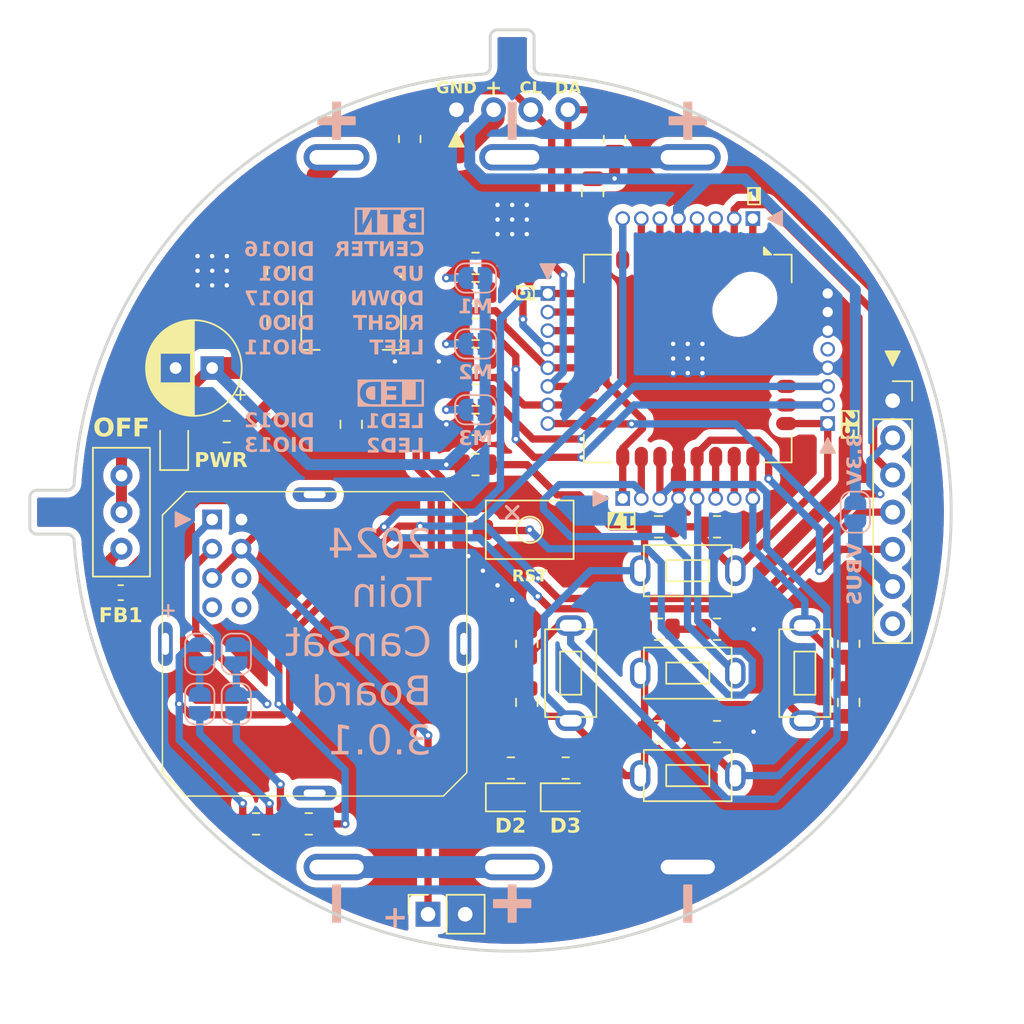
<source format=kicad_pcb>
(kicad_pcb (version 20240108) (generator "pcbnew") (generator_version "8.0")
  (layers (0 "F.Cu" signal) (31 "B.Cu" signal) (34 "B.Paste" user) (35 "F.Paste" user) (36 "B.SilkS" user "B.Silkscreen") (37 "F.SilkS" user "F.Silkscreen") (38 "B.Mask" user) (39 "F.Mask" user) (44 "Edge.Cuts" user))
  (net 0 "")
  (net 1 "VCC")
  (net 2 "GND")
  (net 3 "+3.3V")
  (net 4 "2")
  (net 5 "8")
  (net 6 "9")
  (net 7 "21")
  (net 8 "13")
  (net 9 "Net-(JP2-A)")
  (net 10 "Net-(JP3-A)")
  (net 12 "Net-(JP4-A)")
  (net 13 "14")
  (net 14 "17")
  (net 15 "1")
  (net 16 "11")
  (net 17 "3")
  (net 18 "15")
  (net 19 "24")
  (net 20 "22")
  (net 21 "26")
  (net 22 "4")
  (net 23 "7")
  (net 24 "27")
  (net 25 "19")
  (net 26 "18")
  (net 27 "6")
  (net 28 "23")
  (net 30 "16")
  (net 33 "12")
  (net 34 "25")
  (net 35 "10")
  (net 36 "Net-(C5-Pad1)")
  (net 38 "Net-(BT1-+)")
  (net 39 "Net-(BT2-+)")
  (net 41 "Net-(D1-A)")
  (net 42 "VBUS")
  (net 43 "Net-(D2-A)")
  (net 44 "Net-(D3-A)")
  (net 45 "BATT")
  (net 46 "Net-(SW8-A)")
  (net 47 "TX=GPS")
  (net 48 "Net-(JP5-A)")
  (net 49 "Net-(JP7-A)")
  (net 50 "RX=GPS")
  (footprint "Resistor_SMD:R_0805_2012Metric" (layer "F.Cu") (at 3.6625 17.485155)
    (property "Reference" "R17" (hide yes))
    (property "Value" "330")
  )
  (footprint "@2024-cansat:Tactile1" (layer "F.Cu") (at 1.2 1.2)
    (property "Reference" "RST")
    (property "Value" "SW_Push")
  )
  (footprint "Package_TO_SOT_SMD:SOT-223-3_TabPin2" (layer "F.Cu") (at -11 -13.002345 -90)
    (property "Reference" "U2" (hide yes))
    (property "Value" "LM1117MP-3.3")
  )
  (footprint "Capacitor_SMD:C_0805_2012Metric" (layer "F.Cu") (at 1 12.997655 90)
    (property "Reference" "C7" (hide yes))
    (property "Value" "0.1uF")
  )
  (footprint "LED_SMD:LED_0805_2012Metric" (layer "F.Cu") (at 3.6375 19.485155)
    (property "Reference" "D3")
    (property "Value" "LED")
  )
  (footprint "@2024-cansat:Pin-Extender" (layer "F.Cu") (at 16.444999 -20.065772 -90)
    (property "Reference" "J2" (hide yes))
    (property "Value" "Conn_01x08_Pin")
  )
  (footprint "Capacitor_SMD:C_0805_2012Metric" (layer "F.Cu") (at 5.499998 -21.839845 -90)
    (property "Reference" "C10" (hide yes))
    (property "Value" "0.1uF")
  )
  (footprint "Resistor_SMD:R_0805_2012Metric" (layer "F.Cu") (at -17.5 21.3)
    (property "Reference" "R19" (hide yes))
    (property "Value" "100")
  )
  (footprint "Resistor_SMD:R_0805_2012Metric" (layer "F.Cu") (at 23 8.997655 -90)
    (property "Reference" "R13" (hide yes))
    (property "Value" "10K")
  )
  (footprint "Resistor_SMD:R_0805_2012Metric" (layer "F.Cu") (at 14 7.997655 180)
    (property "Reference" "R9" (hide yes))
    (property "Value" "10K")
  )
  (footprint "@2024-cansat:TVBP06-B043C" (layer "F.Cu") (at 12 10.997655 180)
    (property "Reference" "SW1" (hide yes))
    (property "Value" "SW_Push")
  )
  (footprint "Resistor_SMD:R_0805_2012Metric" (layer "F.Cu") (at -0.0875 17.485155)
    (property "Reference" "R16" (hide yes))
    (property "Value" "330")
  )
  (footprint "Inductor_SMD:L_0603_1608Metric" (layer "F.Cu") (at -26.75 5.5)
    (property "Reference" "FB1")
    (property "Value" "120Ω")
  )
  (footprint "LED_SMD:LED_0805_2012Metric" (layer "F.Cu") (at -23.1 -4.564845 90)
    (property "Reference" "PWR")
    (property "Value" "PWR")
  )
  (footprint "Capacitor_SMD:C_0805_2012Metric" (layer "F.Cu") (at 10 14.997655)
    (property "Reference" "C8" (hide yes))
    (property "Value" "0.1uF")
  )
  (footprint "@2024-cansat:Pin-Extender" (layer "F.Cu") (at 2.436572 -14.947345)
    (property "Reference" "J3" (hide yes))
    (property "Value" "Conn_01x08_Pin")
  )
  (footprint "Resistor_SMD:R_0805_2012Metric" (layer "F.Cu") (at -2.5 -3.25)
    (property "Reference" "R14" (hide yes))
    (property "Value" "1K")
  )
  (footprint "@2024-cansat:Pin-Extender" (layer "F.Cu") (at 7.555 -0.938917 90)
    (property "Reference" "J4" (hide yes))
    (property "Value" "Conn_01x08_Pin")
  )
  (footprint "Resistor_SMD:R_0805_2012Metric" (layer "F.Cu") (at -2.5 -8.002345 180)
    (property "Reference" "R5" (hide yes))
    (property "Value" "1K")
  )
  (footprint "@2024-cansat:TVBP06-B043C" (layer "F.Cu") (at 4 10.997655 -90)
    (property "Reference" "SW3" (hide yes))
    (property "Value" "SW_Push")
  )
  (footprint "LED_SMD:LED_0805_2012Metric" (layer "F.Cu") (at -0.1125 19.485155)
    (property "Reference" "D2")
    (property "Value" "LED")
  )
  (footprint "@2024-cansat:Pin-Extender" (layer "F.Cu") (at 21.563427 -6.057345 180)
    (property "Reference" "J5" (hide yes))
    (property "Value" "Conn_01x08_Pin")
  )
  (footprint "Resistor_SMD:R_0805_2012Metric" (layer "F.Cu") (at -2.5 -15.002345)
    (property "Reference" "R2" (hide yes))
    (property "Value" "10K")
  )
  (footprint "@2024-cansat:TVBP06-B043C" (layer "F.Cu") (at 12 3.997655 180)
    (property "Reference" "SW2" (hide yes))
    (property "Value" "SW_Push")
  )
  (footprint "Resistor_SMD:R_0805_2012Metric" (layer "F.Cu") (at 1 8.997655 -90)
    (property "Reference" "R11" (hide yes))
    (property "Value" "10K")
  )
  (footprint "Capacitor_SMD:C_0805_2012Metric" (layer "F.Cu") (at 10 0.997655)
    (property "Reference" "C6" (hide yes))
    (property "Value" "0.1uF")
  )
  (footprint "Resistor_SMD:R_0805_2012Metric" (layer "F.Cu") (at -7 -25.502345 90)
    (property "Reference" "R7" (hide yes))
    (property "Value" "10K")
  )
  (footprint "Resistor_SMD:R_0805_2012Metric" (layer "F.Cu") (at -2.5 -10.502345)
    (property "Reference" "R4" (hide yes))
    (property "Value" "10K")
  )
  (footprint "Resistor_SMD:R_0805_2012Metric" (layer "F.Cu") (at -2.5 -6.002345)
    (property "Reference" "R6" (hide yes))
    (property "Value" "10K")
  )
  (footprint "Capacitor_SMD:C_0805_2012Metric" (layer "F.Cu") (at -16 -16.502345 90)
    (property "Reference" "C1" (hide yes))
    (property "Value" "0.1uF")
  )
  (footprint "Resistor_SMD:R_0805_2012Metric" (layer "F.Cu") (at -2.5 -17.002345 180)
    (property "Reference" "R1" (hide yes))
    (property "Value" "1K")
  )
  (footprint "Capacitor_SMD:C_0805_2012Metric" (layer "F.Cu") (at -11 -6.002345 -90)
    (property "Reference" "C3" (hide yes))
    (property "Value" "10uF")
  )
  (footprint "@2024-cansat:GPS-54D-014" (layer "F.Cu") (at -13.5 8.997655)
    (property "Reference" "U4" (hide yes))
    (property "Value" "~")
  )
  (footprint "Resistor_SMD:R_0805_2012Metric" (layer "F.Cu") (at 7 -25.502345 90)
    (property "Reference" "R8" (hide yes))
    (property "Value" "10K")
  )
  (footprint "Resistor_SMD:R_0805_2012Metric" (layer "F.Cu") (at 14 14.997655 180)
    (property "Reference" "R12" (hide yes))
    (property "Value" "10K")
  )
  (footprint "Resistor_SMD:R_0805_2012Metric" (layer "F.Cu") (at -2.5 -12.502345 180)
    (property "Reference" "R3" (hide yes))
    (property "Value" "1K")
  )
  (footprint "Connector_PinSocket_2.54mm:PinSocket_1x02_P2.54mm_Vertical" (layer "F.Cu") (at -5.75 27.475 90)
    (property "Reference" "J6" (hide yes))
    (property "Value" "Conn_01x02_Pin")
  )
  (footprint "@2024-cansat:SS12D01G4" (layer "F.Cu") (at -26.7 -0.002345 90)
    (property "Reference" "SW8" (hide yes))
    (property "Value" "SW_SPDT")
  )
  (footprint "@2024-cansat:TVBP06-B043C" (layer "F.Cu") (at 12 17.997655 180)
    (property "Reference" "SW4" (hide yes))
    (property "Value" "SW_Push")
  )
  (footprint "@2024-cansat:Display" (layer "F.Cu") (at 0 -27.502345)
    (property "Reference" "U3" (hide yes))
    (property "Value" "~" (hide yes))
  )
  (footprint "Resistor_SMD:R_0805_2012Metric" (layer "F.Cu") (at -19.5 -5.502345 180)
    (property "Reference" "R15" (hide yes))
    (property "Value" "1K")
  )
  (footprint "@2024-cansat:TVBP06-B043C" (layer "F.Cu") (at 20 10.997655 -90)
    (property "Reference" "SW5" (hide yes))
    (property "Value" "SW_Push")
  )
  (footprint "RF_Module:MonoWireless_TWE-L-WX" (layer "F.Cu") (at 12 -10.502345 -90)
    (property "Reference" "U1" (hide yes))
    (property "Value" "TWE-L-WX")
  )
  (footprint "Connector_PinSocket_2.54mm:PinSocket_1x07_P2.54mm_Vertical" (layer "F.Cu") (at 26 -7.622345)
    (property "Reference" "J1" (hide yes))
    (property "Value" "Conn_01x07_Pin")
  )
  (footprint "Resistor_SMD:R_0805_2012Metric" (layer "F.Cu") (at 14 0.997655 180)
    (property "Reference" "R10" (hide yes))
    (property "Value" "10K")
  )
  (footprint "Capacitor_SMD:C_0805_2012Metric" (layer "F.Cu") (at 10 7.997655)
    (property "Reference" "C5" (hide yes))
    (property "Value" "0.1uF")
  )
  (footprint "Resistor_SMD:R_0805_2012Metric" (layer "F.Cu") (at -13.9 21.3 180)
    (property "Reference" "R18" (hide yes))
    (property "Value" "100")
  )
  (footprint "Capacitor_SMD:C_0805_2012Metric" (layer "F.Cu") (at -16 -13.002345 -90)
    (property "Reference" "C2" (hide yes))
    (property "Value" "10uF")
  )
  (footprint "Capacitor_SMD:C_0805_2012Metric" (layer "F.Cu") (at 23 12.997655 90)
    (property "Reference" "C9" (hide yes))
    (property "Value" "0.1uF")
  )
  (footprint "Capacitor_THT:CP_Radial_D6.3mm_P2.50mm" (layer "F.Cu") (at -20.5 -9.852345 180)
    (property "Reference" "C4" (hide yes))
    (property "Value" "100uF")
  )
  (footprint "@2024-cansat:AAA-holder" (layer "B.Cu") (at 0 24.247655 90)
    (property "Reference" "BT2" (hide yes))
    (property "Value" "1.5V" (hide yes))
  )
  (footprint "Jumper:SolderJumper-2_P1.3mm_Open_RoundedPad1.0x1.5mm" (layer "B.Cu") (at 23.45 -0.002345 -90)
    (property "Reference" "3.3V        VBUS")
    (property "Value" "Jumper_2_Small_Open")
  )
  (footprint "Jumper:SolderJumper-2_P1.3mm_Open_RoundedPad1.0x1.5mm" (layer "B.Cu") (at -18.85 9.697655 -90)
    (property "Reference" "JP6" (hide yes))
    (property "Value" "Jumper_2_Small_Open")
  )
  (footprint "Jumper:SolderJumper-2_P1.3mm_Open_RoundedPad1.0x1.5mm" (layer "B.Cu") (at -2.5 -11.502345)
    (property "Reference" "M2")
    (property "Value" "Jumper_2_Small_Open")
  )
  (footprint "Jumper:SolderJumper-2_P1.3mm_Open_RoundedPad1.0x1.5mm" (layer "B.Cu") (at -21.35 13.097655 90)
    (property "Reference" "JP7" (hide yes))
    (property "Value" "Jumper_2_Small_Open")
  )
  (footprint "Jumper:SolderJumper-2_P1.3mm_Open_RoundedPad1.0x1.5mm" (layer "B.Cu") (at -2.5 -7.002345)
    (property "Reference" "M3")
    (property "Value" "Jumper_2_Small_Open")
  )
  (footprint "@2024-cansat:AAA-holder" (layer "B.Cu") (at 12 -24.252345 -90)
    (property "Reference" "BT1" (hide yes))
    (property "Value" "1.5V" (hide yes))
  )
  (footprint "@2024-cansat:AAA-holder" (layer "B.Cu") (at -12 -24.252345 -90)
    (property "Reference" "BT3" (hide yes))
    (property "Value" "1.5V" (hide yes))
  )
  (footprint "Jumper:SolderJumper-2_P1.3mm_Open_RoundedPad1.0x1.5mm" (layer "B.Cu") (at -18.85 13.097655 90)
    (property "Reference" "JP5" (hide yes))
    (property "Value" "Jumper_2_Small_Open")
  )
  (footprint "Jumper:SolderJumper-2_P1.3mm_Open_RoundedPad1.0x1.5mm" (layer "B.Cu") (at -21.35 9.697655 -90)
    (property "Reference" "JP8" (hide yes))
    (property "Value" "Jumper_2_Small_Open")
  )
  (footprint "Jumper:SolderJumper-2_P1.3mm_Open_RoundedPad1.0x1.5mm" (layer "B.Cu") (at -2.5 -16.002345)
    (property "Reference" "M1")
    (property "Value" "Jumper_2_Small_Open")
  )
  (gr_line (start 0.4 0.4) (end -0.4 -0.4) (stroke (width 0.2)) (layer "B.SilkS"))
  (gr_line (start -0.4 0.4) (end 0.4 -0.4) (stroke (width 0.2)) (layer "B.SilkS"))
  (gr_poly (pts (xy 26 -10.002345) (xy 25.5 -11.002345) (xy 26.5 -11.002345)) (stroke (width 0.1)) (fill solid) (layer "F.SilkS"))
  (gr_arc (start 1.967213 -29.937777) (mid 22.558577 -19.778862) (end 29.935432 1.964868) (stroke (width 0.2)) (layer "Edge.Cuts"))
  (gr_arc (start -32.962477 -1.002345) (mid -32.816025 -1.355893) (end -32.462477 -1.502345) (stroke (width 0.2)) (layer "Edge.Cuts"))
  (gr_line (start -30.434356 -1.502345) (end -32.462477 -1.502345) (stroke (width 0.2)) (layer "Edge.Cuts"))
  (gr_line (start 1 -32.964822) (end -1.004795 -32.964822) (stroke (width 0.2)) (layer "Edge.Cuts"))
  (gr_arc (start 1 -32.964822) (mid 1.353546 -32.818368) (end 1.5 -32.464822) (stroke (width 0.2)) (layer "Edge.Cuts"))
  (gr_arc (start -29.935432 -1.969558) (mid -21.213204 -21.215549) (end -1.967213 -29.937777) (stroke (width 0.2)) (layer "Edge.Cuts"))
  (gr_arc (start -1.5 -30.436745) (mid -1.635026 -30.094954) (end -1.967213 -29.937777) (stroke (width 0.2)) (layer "Edge.Cuts"))
  (gr_arc (start 29.935432 1.964868) (mid 0 29.997655) (end -29.935432 1.964868) (stroke (width 0.2)) (layer "Edge.Cuts"))
  (gr_line (start -32.962477 -1.002345) (end -32.962477 1.002345) (stroke (width 0.2)) (layer "Edge.Cuts"))
  (gr_arc (start -30.4344 1.497655) (mid -30.092609 1.632681) (end -29.935432 1.964868) (stroke (width 0.2)) (layer "Edge.Cuts"))
  (gr_line (start -32.4625 1.497655) (end -30.4344 1.497655) (stroke (width 0.2)) (layer "Edge.Cuts"))
  (gr_arc (start -1.5 -32.464845) (mid -1.355245 -32.816699) (end -1.004795 -32.964822) (stroke (width 0.2)) (layer "Edge.Cuts"))
  (gr_line (start 1.5 -30.436701) (end 1.5 -32.464822) (stroke (width 0.2)) (layer "Edge.Cuts"))
  (gr_arc (start -29.935432 -1.969558) (mid -30.092582 -1.637374) (end -30.434356 -1.502345) (stroke (width 0.2)) (layer "Edge.Cuts"))
  (gr_arc (start 1.967213 -29.937777) (mid 1.635025 -30.094923) (end 1.5 -30.436701) (stroke (width 0.2)) (layer "Edge.Cuts"))
  (gr_arc (start -32.4625 1.497655) (mid -32.814391 1.352863) (end -32.962477 1.002345) (stroke (width 0.2)) (layer "Edge.Cuts"))
  (gr_line (start -1.5 -32.464845) (end -1.5 -30.436745) (stroke (width 0.2)) (layer "Edge.Cuts"))
  (gr_text "LED1\nLED2" (at -6 -6.75 0) (layer "B.SilkS") (effects (font (size 1 1) (thickness 0.1)) (justify left top mirror)))
  (gr_text "BTN" (at -6 -19.75 -0) (layer "B.SilkS" knockout) (effects (font (size 1.5 1.5) (thickness 0.1)) (justify left mirror)))
  (gr_text "LED" (at -6 -8 -0) (layer "B.SilkS" knockout) (effects (font (size 1.5 1.5) (thickness 0.1)) (justify left mirror)))
  (gr_text "DIO16\nDIO1\nDIO17\nDIO0\nDIO11" (at -13.5 -18.5 0) (layer "B.SilkS") (effects (font (size 1 1) (thickness 0.1)) (justify left top mirror)))
  (gr_text "2024\nToin\nCanSat\nBoard\n3.0.1" (at -5.5 9 0) (layer "B.SilkS") (effects (font (size 2 2) (thickness 0.25)) (justify left mirror)))
  (gr_text "CENTER\nUP\nDOWN\nRIGHT\nLEFT" (at -6 -18.5 0) (layer "B.SilkS") (effects (font (size 1 1) (thickness 0.1)) (justify left top mirror)))
  (gr_text "DIO12\nDIO13" (at -13.5 -6.8 0) (layer "B.SilkS") (effects (font (size 1 1) (thickness 0.1)) (justify left top mirror)))
  (gr_text "+" (at -23.5 6.75 -0) (layer "B.SilkS") (effects (font (size 1 1) (thickness 0.3) (bold yes)) (justify mirror)))
  (gr_text "+" (at -8 27.75 0) (layer "B.SilkS") (effects (font (size 1.5 1.5) (thickness 0.1875)) (justify mirror)))
  (gr_text "CL" (at 1.269998 -28.958347 0) (layer "F.SilkS") (effects (font (size 0.8 0.8) (thickness 0.1))))
  (gr_text "GND" (at -3.810002 -28.958347 0) (layer "F.SilkS") (effects (font (size 0.8 0.8) (thickness 0.1))))
  (gr_text "DA" (at 3.809998 -28.958347 0) (layer "F.SilkS") (effects (font (size 0.8 0.8) (thickness 0.1))))
  (gr_text "1" (at 16.499998 -21.502347 0) (layer "F.SilkS" knockout) (effects (font (size 1 1) (thickness 0.1))))
  (gr_text "OFF" (at -26.7 -5.7 0) (layer "F.SilkS") (effects (font (size 1.25 1.25) (thickness 0.3) (bold yes))))
  (gr_text "25" (at 22.999998 -6.002347 -90) (layer "F.SilkS" knockout) (effects (font (size 1 1) (thickness 0.1))))
  (gr_text "9" (at 0.999998 -15.002347 90) (layer "F.SilkS" knockout) (effects (font (size 1 1) (thickness 0.1))))
  (gr_text "17" (at 7.499998 0.497653 180) (layer "F.SilkS" knockout) (effects (font (size 1 1) (thickness 0.1))))
  (gr_text "+" (at -1.270002 -28.958347 0) (layer "F.SilkS") (effects (font (size 1 1) (thickness 0.1))))
  (segment (start -13.3 -16.152345) (end -13.3 -22.952345) (width 1.5) (layer "F.Cu") (net 1))
  (segment (start -16 -13.952345) (end -16 -15.552345) (width 1.5) (layer "F.Cu") (net 1))
  (segment (start -13.3 -16.152345) (end -15.5 -13.952345) (width 1.5) (layer "F.Cu") (net 1))
  (segment (start -13.3 -22.952345) (end -12 -24.252345) (width 1.5) (layer "F.Cu") (net 1))
  (segment (start -15.5 -13.952345) (end -16 -13.952345) (width 1.5) (layer "F.Cu") (net 1))
  (segment (start -3.4125 -6.002345) (end -4.5 -6.002345) (width 0.5) (layer "F.Cu") (net 2))
  (via (at 1 -20) (size 0.6) (drill 0.3) (layers "F.Cu" "B.Cu") (net 2))
  (via (at -20.5 -16.5) (size 0.6) (drill 0.3) (layers "F.Cu" "B.Cu") (net 2))
  (via (at -1 -21) (size 0.6) (drill 0.3) (layers "F.Cu" "B.Cu") (net 2))
  (via (at -21.5 -17.5) (size 0.6) (drill 0.3) (layers "F.Cu" "B.Cu") (net 2))
  (via (at -8.0125 -10.3) (size 0.6) (drill 0.3) (layers "F.Cu" "B.Cu") (net 2))
  (via (at -2 4) (size 0.6) (drill 0.3) (layers "F.Cu" "B.Cu") (net 2))
  (via (at 16.5 7.997655) (size 0.6) (drill 0.3) (layers "F.Cu" "B.Cu") (net 2))
  (via (at 0 -21) (size 0.6) (drill 0.3) (layers "F.Cu" "B.Cu") (net 2))
  (via (at 0 -20) (size 0.6) (drill 0.3) (layers "F.Cu" "B.Cu") (net 2))
  (via (at -20.5 -17.5) (size 0.6) (drill 0.3) (layers "F.Cu" "B.Cu") (net 2))
  (via (at -4.5 -6.002345) (size 0.6) (drill 0.3) (layers "F.Cu" "B.Cu") (net 2))
  (via (at -21.5 -15.5) (size 0.6) (drill 0.3) (layers "F.Cu" "B.Cu") (net 2))
  (via (at -1 -20) (size 0.6) (drill 0.3) (layers "F.Cu" "B.Cu") (net 2))
  (via (at 1 -19) (size 0.6) (drill 0.3) (layers "F.Cu" "B.Cu") (net 2))
  (via (at -19.5 -15.5) (size 0.6) (drill 0.3) (layers "F.Cu" "B.Cu") (net 2))
  (via (at 1 -21) (size 0.6) (drill 0.3) (layers "F.Cu" "B.Cu") (net 2))
  (via (at 16.5 14.997655) (size 0.6) (drill 0.3) (layers "F.Cu" "B.Cu") (net 2))
  (via (at 12 -9.502345) (size 0.6) (drill 0.3) (layers "F.Cu" "B.Cu") (net 2))
  (via (at 13 -9.502345) (size 0.6) (drill 0.3) (layers "F.Cu" "B.Cu") (net 2))
  (via (at 11 -9.502345) (size 0.6) (drill 0.3) (layers "F.Cu" "B.Cu") (net 2))
  (via (at 12 -11.502345) (size 0.6) (drill 0.3) (layers "F.Cu" "B.Cu") (net 2))
  (via (at 0 -19) (size 0.6) (drill 0.3) (layers "F.Cu" "B.Cu") (net 2))
  (via (at -1 5) (size 0.6) (drill 0.3) (layers "F.Cu" "B.Cu") (net 2))
  (via (at 11 -11.502345) (size 0.6) (drill 0.3) (layers "F.Cu" "B.Cu") (net 2))
  (via (at -20.5 -15.5) (size 0.6) (drill 0.3) (layers "F.Cu" "B.Cu") (net 2))
  (via (at -5.0125 -10.3) (size 0.6) (drill 0.3) (layers "F.Cu" "B.Cu") (net 2))
  (via (at -1 -19) (size 0.6) (drill 0.3) (layers "F.Cu" "B.Cu") (net 2))
  (via (at 12 -10.502345) (size 0.6) (drill 0.3) (layers "F.Cu" "B.Cu") (net 2))
  (via (at -21.5 -16.5) (size 0.6) (drill 0.3) (layers "F.Cu" "B.Cu") (net 2))
  (via (at -19.5 -17.5) (size 0.6) (drill 0.3) (layers "F.Cu" "B.Cu") (net 2))
  (via (at 13 -11.502345) (size 0.6) (drill 0.3) (layers "F.Cu" "B.Cu") (net 2))
  (via (at 0 6) (size 0.6) (drill 0.3) (layers "F.Cu" "B.Cu") (net 2))
  (via (at -19.5 -16.5) (size 0.6) (drill 0.3) (layers "F.Cu" "B.Cu") (net 2))
  (via (at -3 3) (size 0.6) (drill 0.3) (layers "F.Cu" "B.Cu") (net 2))
  (via (at 13 -10.502345) (size 0.6) (drill 0.3) (layers "F.Cu" "B.Cu") (net 2))
  (via (at 11 -10.502345) (size 0.6) (drill 0.3) (layers "F.Cu" "B.Cu") (net 2))
  (segment (start 5.512498 -22.802345) (end 5.499998 -22.789845) (width 0.75) (layer "F.Cu") (net 3))
  (segment (start -26.7 -3.766987) (end -20.614642 -9.852345) (width 0.75) (layer "F.Cu") (net 3))
  (segment (start 11.365 -17.237345) (end 11.365 -16.807776) (width 0.75) (layer "F.Cu") (net 3))
  (segment (start -20.5 -9.852345) (end -11 -9.852345) (width 1.5) (layer "F.Cu") (net 3))
  (segment (start -11 -20.589845) (end -7 -24.589845) (width 1.5) (layer "F.Cu") (net 3))
  (segment (start -11 -9.852345) (end -11 -6.952345) (width 0.75) (layer "F.Cu") (net 3))
  (segment (start -7 -24.589845) (end -3.628795 -24.589845) (width 1.5) (layer "F.Cu") (net 3))
  (segment (start -11 -16.152345) (end -11 -9.852345) (width 1.5) (layer "F.Cu") (net 3))
  (segment (start -14.2375 -9.852345) (end -11 -9.852345) (width 0.75) (layer "F.Cu") (net 3))
  (segment (start -3.628795 -24.589845) (end -1.27 -26.94864) (width 1.5) (layer "F.Cu") (net 3))
  (segment (start -26.7 -2.502345) (end -26.7 -3.766987) (width 0.75) (layer "F.Cu") (net 3))
  (segment (start 7 -22.802345) (end 5.512498 -22.802345) (width 0.75) (layer "F.Cu") (net 3))
  (segment (start -20.614642 -9.852345) (end -20.5 -9.852345) (width 0.75) (layer "F.Cu") (net 3))
  (segment (start 7 -22.802345) (end 7 -24.589845) (width 0.75) (layer "F.Cu") (net 3))
  (segment (start -18.5875 -5.502345) (end -14.2375 -9.852345) (width 0.75) (layer "F.Cu") (net 3))
  (segment (start 11.365 -20.065772) (end 11.364999 -17.237345) (width 0.5) (layer "F.Cu") (net 3))
  (segment (start -1.27 -26.94864) (end -1.27 -27.502345) (width 1.5) (layer "F.Cu") (net 3))
  (segment (start -18.5875 -5.502345) (end -18.5875 -5.441191) (width 0.75) (layer "F.Cu") (net 3))
  (segment (start -11 -16.152345) (end -11 -20.589845) (width 1.5) (layer "F.Cu") (net 3))
  (segment (start -4.497655 -3.25) (end -3.4125 -3.25) (width 0.75) (layer "F.Cu") (net 3))
  (segment (start -26.7 -0.002345) (end -26.7 -2.502345) (width 0.75) (layer "F.Cu") (net 3))
  (via (at 7 -22.802345) (size 0.6) (drill 0.3) (layers "F.Cu" "B.Cu") (net 3))
  (via (at -4.497655 -3.25) (size 0.6) (drill 0.3) (layers "F.Cu" "B.Cu") (net 3))
  (segment (start -4.497655 -3.25) (end -1.85 -5.897655) (width 0.75) (layer "B.Cu") (net 3))
  (segment (start -1.85 -16.002345) (end -1.85 -11.502345) (width 0.75) (layer "B.Cu") (net 3))
  (segment (start 11.364999 -20.772878) (end 11.364999 -20.065772) (width 0.75) (layer "B.Cu") (net 3))
  (segment (start 13.369466 -22.777345) (end 11.364999 -20.772878) (width 0.75) (layer "B.Cu") (net 3))
  (segment (start 15.883426 -22.777345) (end 13.369466 -22.777345) (width 0.75) (layer "B.Cu") (net 3))
  (segment (start -1.960965 -22.777345) (end -2.9 -23.71638) (width 0.75) (layer "B.Cu") (net 3))
  (segment (start 7 -22.802345) (end 6.975 -22.777345) (width 0.75) (layer "B.Cu") (net 3))
  (segment (start -4.497655 -3.25) (end -13.897655 -3.25) (width 0.75) (layer "B.Cu") (net 3))
  (segment (start 13.369466 -22.777345) (end 7.025 -22.777345) (width 0.75) (layer "B.Cu") (net 3))
  (segment (start -2.9 -25.872345) (end -1.27 -27.502345) (width 0.75) (layer "B.Cu") (net 3))
  (segment (start 23.45 -15.210771) (end 15.883426 -22.777345) (width 0.75) (layer "B.Cu") (net 3))
  (segment (start -1.85 -11.502345) (end -1.85 -7.002345) (width 0.75) (layer "B.Cu") (net 3))
  (segment (start 6.975 -22.777345) (end -1.960965 -22.777345) (width 0.75) (layer "B.Cu") (net 3))
  (segment (start 23.45 -0.652345) (end 23.45 -15.210771) (width 0.75) (layer "B.Cu") (net 3))
  (segment (start -2.9 -23.71638) (end -2.9 -25.872345) (width 0.75) (layer "B.Cu") (net 3))
  (segment (start -1.85 -5.897655) (end -1.85 -7.002345) (width 0.75) (layer "B.Cu") (net 3))
  (segment (start -13.897655 -3.25) (end -20.5 -9.852345) (width 0.75) (layer "B.Cu") (net 3))
  (segment (start 15.174999 -20.695772) (end 15.494999 -21.015772) (width 0.5) (layer "F.Cu") (net 4))
  (segment (start 24.7 -3.842345) (end 26 -2.542345) (width 0.5) (layer "F.Cu") (net 4))
  (segment (start 15.174999 -20.065772) (end 15.174999 -17.237345) (width 0.5) (layer "F.Cu") (net 4))
  (segment (start 24.7 -13.710771) (end 24.7 -3.842345) (width 0.5) (layer "F.Cu") (net 4))
  (segment (start 15.174999 -20.065772) (end 15.174999 -20.695772) (width 0.5) (layer "F.Cu") (net 4))
  (segment (start 17.394999 -21.015772) (end 24.7 -13.710771) (width 0.5) (layer "F.Cu") (net 4))
  (segment (start 15.494999 -21.015772) (end 17.394999 -21.015772) (width 0.5) (layer "F.Cu") (net 4))
  (segment (start 23.977373 -1.25) (end 25.147655 -1.25) (width 0.5) (layer "F.Cu") (net 5))
  (segment (start -22 13.847655) (end -22.75 13.097655) (width 0.5) (layer "F.Cu") (net 5))
  (segment (start 1.775 4.525) (end 3.147655 5.897655) (width 0.5) (layer "F.Cu") (net 5))
  (segment (start -8.51005 1.747655) (end -15.199997 8.437602) (width 0.5) (layer "F.Cu") (net 5))
  (segment (start -7.714719 0.952324) (end -8 1.237605) (width 0.5) (layer "F.Cu") (net 5))
  (segment (start -15.199997 8.437602) (end -15.199997 13.408316) (width 0.5) (layer "F.Cu") (net 5))
  (segment (start -8 1.308316) (end -8.439339 1.747655) (width 0.5) (layer "F.Cu") (net 5))
  (segment (start 7.555 -17.237345) (end 7.555 -20.065772) (width 0.5) (layer "F.Cu") (net 5))
  (segment (start -15.639336 13.847655) (end -22 13.847655) (width 0.5) (layer "F.Cu") (net 5))
  (segment (start -8.439339 1.747655) (end -8.51005 1.747655) (width 0.5) (layer "F.Cu") (net 5))
  (segment (start -6.284669 0.952324) (end -7.714719 0.952324) (width 0.5) (layer "F.Cu") (net 5))
  (segment (start 3.147655 5.897655) (end 16.829718 5.897655) (width 0.5) (layer "F.Cu") (net 5))
  (segment (start 16.829718 5.897655) (end 23.977373 -1.25) (width 0.5) (layer "F.Cu") (net 5))
  (segment (start 25.147655 -1.25) (end 25.15 -1.252345) (width 0.5) (layer "F.Cu") (net 5))
  (segment (start -8 1.237605) (end -8 1.308316) (width 0.5) (layer "F.Cu") (net 5))
  (segment (start -18.4125 19.9) (end -18.4125 21.3) (width 0.5) (layer "F.Cu") (net 5))
  (segment (start -15.199997 13.408316) (end -15.639336 13.847655) (width 0.5) (layer "F.Cu") (net 5))
  (via (at 1.775 4.525) (size 0.6) (drill 0.3) (layers "F.Cu" "B.Cu") (net 5))
  (via (at -6.284669 0.952324) (size 0.6) (drill 0.3) (layers "F.Cu" "B.Cu") (net 5))
  (via (at -18.4125 19.9) (size 0.6) (drill 0.3) (layers "F.Cu" "B.Cu") (net 5))
  (via (at 25.15 -1.252345) (size 0.6) (drill 0.3) (layers "F.Cu" "B.Cu") (net 5))
  (via (at -22.75 13.097655) (size 0.6) (drill 0.3) (layers "F.Cu" "B.Cu") (net 5))
  (segment (start -2.454669 0.952324) (end 7.554999 -9.057344) (width 0.5) (layer "B.Cu") (net 5))
  (segment (start -22.75 13.097655) (end -22.75 9.854186) (width 0.5) (layer "B.Cu") (net 5))
  (segment (start -22.75 13.097655) (end -22.75 15.5625) (width 0.5) (layer "B.Cu") (net 5))
  (segment (start 24.45 -3.532345) (end 26 -5.082345) (width 0.5) (layer "B.Cu") (net 5))
  (segment (start -6.284669 0.952324) (end -3.245331 0.952324) (width 0.5) (layer "B.Cu") (net 5))
  (segment (start -22.75 15.5625) (end -18.4125 19.9) (width 0.5) (layer "B.Cu") (net 5))
  (segment (start -22.75 9.854186) (end -21.943469 9.047655) (width 0.5) (layer "B.Cu") (net 5))
  (segment (start 1.775 4.525) (end -1.797676 0.952324) (width 0.5) (layer "B.Cu") (net 5))
  (segment (start -1.797676 0.952324) (end -2.454669 0.952324) (width 0.5) (layer "B.Cu") (net 5))
  (segment (start 25.15 -1.252345) (end 24.45 -1.952345) (width 0.5) (layer "B.Cu") (net 5))
  (segment (start 24.45 -1.952345) (end 24.45 -3.532345) (width 0.5) (layer "B.Cu") (net 5))
  (segment (start -3.245331 0.952324) (end -2.454669 0.952324) (width 0.5) (layer "B.Cu") (net 5))
  (segment (start 7.554999 -9.057344) (end 7.554999 -20.065772) (width 0.5) (layer "B.Cu") (net 5))
  (segment (start -21.943469 9.047655) (end -21.35 9.047655) (width 0.5) (layer "B.Cu") (net 5))
  (segment (start -15.949997 8.197652) (end -8.75 0.997655) (width 0.5) (layer "F.Cu") (net 6))
  (segment (start 2.597655 6.597655) (end 17.119667 6.597655) (width 0.5) (layer "F.Cu") (net 6))
  (segment (start 23.719667 -0.002345) (end 26 -0.002345) (width 0.5) (layer "F.Cu") (net 6))
  (segment (start 2.436572 -14.947345) (end 5.264999 -14.947345) (width 0.5) (layer "F.Cu") (net 6))
  (segment (start 17.119667 6.597655) (end 23.719667 -0.002345) (width 0.5) (layer "F.Cu") (net 6))
  (segment (start 1.75 5.75) (end 2.597655 6.597655) (width 0.5) (layer "F.Cu") (net 6))
  (segment (start -11.4125 21.3) (end -12.9875 21.3) (width 0.5) (layer "F.Cu") (net 6))
  (segment (start -15.949997 13.097655) (end -15.949997 8.197652) (width 0.5) (layer "F.Cu") (net 6))
  (via (at -8.75 0.997655) (size 0.6) (drill 0.3) (layers "F.Cu" "B.Cu") (net 6))
  (via (at -15.949997 13.097655) (size 0.6) (drill 0.3) (layers "F.Cu" "B.Cu") (net 6))
  (via (at 1.75 5.75) (size 0.6) (drill 0.3) (layers "F.Cu" "B.Cu") (net 6))
  (via (at -11.4125 21.3) (size 0.6) (drill 0.3) (layers "F.Cu" "B.Cu") (net 6))
  (segment (start 0.945 -14.947345) (end 2.436572 -14.947345) (width 0.5) (layer "B.Cu") (net 6))
  (segment (start 1.75 5.75) (end -2.252345 1.747655) (width 0.5) (layer "B.Cu") (net 6))
  (segment (start -18.095 9.047655) (end -15.949997 11.192658) (width 0.5) (layer "B.Cu") (net 6))
  (segment (start -0.8 -13.202345) (end 0.945 -14.947345) (width 0.5) (layer "B.Cu") (net 6))
  (segment (start -7.75 -0.002345) (end -2.48995 -0.002345) (width 0.5) (layer "B.Cu") (net 6))
  (segment (start -8 1.747655) (end -8.75 0.997655) (width 0.5) (layer "B.Cu") (net 6))
  (segment (start -11.4125 17.635152) (end -11.4125 21.3) (width 0.5) (layer "B.Cu") (net 6))
  (segment (start -0.8 -1.692295) (end -0.8 -13.202345) (width 0.5) (layer "B.Cu") (net 6))
  (segment (start -15.949997 11.192658) (end -15.949997 13.097655) (width 0.5) (layer "B.Cu") (net 6))
  (segment (start -2.252345 1.747655) (end -8 1.747655) (width 0.5) (layer "B.Cu") (net 6))
  (segment (start -2.48995 -0.002345) (end -0.8 -1.692295) (width 0.5) (layer "B.Cu") (net 6))
  (segment (start -15.949997 13.097655) (end -11.4125 17.635152) (width 0.5) (layer "B.Cu") (net 6))
  (segment (start -8.75 0.997655) (end -7.75 -0.002345) (width 0.5) (layer "B.Cu") (net 6))
  (segment (start -18.85 9.047655) (end -18.095 9.047655) (width 0.5) (layer "B.Cu") (net 6))
  (segment (start 17.525998 -4.209139) (end 16.817792 -4.917345) (width 0.5) (layer "F.Cu") (net 7))
  (segment (start 1.15 1.25) (end -1.95 1.25) (width 0.5) (layer "F.Cu") (net 7))
  (segment (start 13.532208 -4.917345) (end 12.635 -4.020137) (width 0.5) (layer "F.Cu") (net 7))
  (segment (start 20.999998 3.997655) (end 22.459998 2.537655) (width 0.5) (layer "F.Cu") (net 7))
  (segment (start 22.459998 2.537655) (end 26 2.537655) (width 0.5) (layer "F.Cu") (net 7))
  (segment (start 17.525998 -2.288347) (end 17.525998 -4.209139) (width 0.5) (layer "F.Cu") (net 7))
  (segment (start 12.635 -4.020137) (end 12.635 -3.767345) (width 0.5) (layer "F.Cu") (net 7))
  (segment (start 16.817792 -4.917345) (end 13.532208 -4.917345) (width 0.5) (layer "F.Cu") (net 7))
  (segment (start 1.2 1.2) (end 1.15 1.25) (width 0.5) (layer "F.Cu") (net 7))
  (segment (start 12.635 -3.767345) (end 12.634999 -0.938917) (width 0.5) (layer "F.Cu") (net 7))
  (via (at 20.999998 3.997655) (size 0.6) (drill 0.3) (layers "F.Cu" "B.Cu") (net 7))
  (via (at 17.525998 -2.288347) (size 0.6) (drill 0.3) (layers "F.Cu" "B.Cu") (net 7))
  (via (at 1.2 1.2) (size 0.6) (drill 0.3) (layers "F.Cu" "B.Cu") (net 7))
  (segment (start 14.756802 9.514507) (end 12.68 7.437705) (width 0.5) (layer "B.Cu") (net 7))
  (segment (start 15.726346 12.497655) (end 16.4 11.824001) (width 0.5) (layer "B.Cu") (net 7))
  (segment (start 12.68 -0.893917) (end 12.635 -0.938917) (width 0.5) (layer "B.Cu") (net 7))
  (segment (start 14.773654 9.497655) (end 14.756802 9.514507) (width 0.5) (layer "B.Cu") (net 7))
  (segment (start 14.773654 12.497655) (end 15.726346 12.497655) (width 0.5) (layer "B.Cu") (net 7))
  (segment (start 15.726346 9.497655) (end 14.773654 9.497655) (width 0.5) (layer "B.Cu") (net 7))
  (segment (start 20.999998 1.185653) (end 20.999998 3.997655) (width 0.5) (layer "B.Cu") (net 7))
  (segment (start 2.497655 2.497655) (end 9.226346 2.497655) (width 0.5) (layer "B.Cu") (net 7))
  (segment (start 16.4 11.824001) (end 16.4 10.171309) (width 0.5) (layer "B.Cu") (net 7))
  (segment (start 10.19005 7.914051) (end 14.773654 12.497655) (width 0.5) (layer "B.Cu") (net 7))
  (segment (start 12.68 7.437705) (end 12.68 -0.893917) (width 0.5) (layer "B.Cu") (net 7))
  (segment (start 10.19005 3.461359) (end 10.19005 7.914051) (width 0.5) (layer "B.Cu") (net 7))
  (segment (start 1.2 1.2) (end 2.497655 2.497655) (width 0.5) (layer "B.Cu") (net 7))
  (segment (start 16.4 10.171309) (end 15.726346 9.497655) (width 0.5) (layer "B.Cu") (net 7))
  (segment (start 9.226346 2.497655) (end 10.19005 3.461359) (width 0.5) (layer "B.Cu") (net 7))
  (segment (start 17.525998 -2.288347) (end 20.999998 1.185653) (width 0.5) (layer "B.Cu") (net 7))
  (segment (start -5.534669 2.984308) (end -5.534669 -2.047064) (width 0.5) (layer "F.Cu") (net 8))
  (segment (start -1.925 16.560155) (end -1.925 6.593977) (width 0.5) (layer "F.Cu") (net 8))
  (segment (start -0.625 -12.855414) (end 2.363069 -9.867345) (width 0.5) (layer "F.Cu") (net 8))
  (segment (start -1.925 6.593977) (end -5.534669 2.984308) (width 0.5) (layer "F.Cu") (net 8))
  (segment (start -1.140622 -13.764845) (end -0.625 -13.249223) (width 0.5) (layer "F.Cu") (net 8))
  (segment (start 2.436572 -9.867345) (end 5.265 -9.867345) (width 0.5) (layer "F.Cu") (net 8))
  (segment (start -0.625 -13.249223) (end -0.625 -12.855414) (width 0.5) (layer "F.Cu") (net 8))
  (segment (start -3.859378 -13.764845) (end -1.140622 -13.764845) (width 0.5) (layer "F.Cu") (net 8))
  (segment (start -5.534669 -2.047064) (end -6.56 -3.072395) (width 0.5) (layer "F.Cu") (net 8))
  (segment (start 2.363069 -9.867345) (end 2.436572 -9.867345) (width 0.5) (layer "F.Cu") (net 8))
  (segment (start -6.56 -11.064223) (end -3.859378 -13.764845) (width 0.5) (layer "F.Cu") (net 8))
  (segment (start -6.56 -3.072395) (end -6.56 -11.064223) (width 0.5) (layer "F.Cu") (net 8))
  (segment (start -1 17.485155) (end -1.925 16.560155) (width 0.5) (layer "F.Cu") (net 8))
  (segment (start -1.5875 -15.089845) (end -1.5875 -15.002345) (width 0.5) (layer "F.Cu") (net 9))
  (segment (start -4.5 -16.002345) (end -3.5 -17.002345) (width 0.5) (layer "F.Cu") (net 9))
  (segment (start -3.5 -17.002345) (end -3.4125 -17.002345) (width 0.5) (layer "F.Cu") (net 9))
  (segment (start -3.4125 -16.914845) (end -1.5875 -15.089845) (width 0.5) (layer "F.Cu") (net 9))
  (segment (start -3.4125 -17.002345) (end -3.4125 -16.914845) (width 0.5) (layer "F.Cu") (net 9))
  (via (at -4.5 -16.002345) (size 0.6) (drill 0.3) (layers "F.Cu" "B.Cu") (net 9))
  (segment (start -4.5 -16.002345) (end -3.15 -16.002345) (width 0.5) (layer "B.Cu") (net 9))
  (segment (start -4.5 -11.502345) (end -3.5 -12.502345) (width 0.5) (layer "F.Cu") (net 10))
  (segment (start -3.5 -12.502345) (end -3.4125 -12.502345) (width 0.5) (layer "F.Cu") (net 10))
  (segment (start -1.5875 -10.677345) (end -1.5875 -10.502345) (width 0.5) (layer "F.Cu") (net 10))
  (segment (start -3.4125 -12.502345) (end -1.5875 -10.677345) (width 0.5) (layer "F.Cu") (net 10))
  (via (at -4.5 -11.502345) (size 0.6) (drill 0.3) (layers "F.Cu" "B.Cu") (net 10))
  (segment (start -4.5 -11.502345) (end -3.15 -11.502345) (width 0.5) (layer "B.Cu") (net 10))
  (segment (start -3.4125 -8.002345) (end -3.4125 -7.914845) (width 0.5) (layer "F.Cu") (net 12))
  (segment (start -4.5 -7.002345) (end -3.5 -8.002345) (width 0.5) (layer "F.Cu") (net 12))
  (segment (start -1.5875 -6.089845) (end -1.5875 -6.002345) (width 0.5) (layer "F.Cu") (net 12))
  (segment (start -3.4125 -7.914845) (end -1.5875 -6.089845) (width 0.5) (layer "F.Cu") (net 12))
  (segment (start -3.5 -8.002345) (end -3.4125 -8.002345) (width 0.5) (layer "F.Cu") (net 12))
  (via (at -4.5 -7.002345) (size 0.6) (drill 0.3) (layers "F.Cu" "B.Cu") (net 12))
  (segment (start -4.5 -7.002345) (end -3.15 -7.002345) (width 0.5) (layer "B.Cu") (net 12))
  (segment (start 1.27 -27.502345) (end -0.03 -28.802345) (width 0.5) (layer "F.Cu") (net 13))
  (segment (start -5.11 -28.802345) (end -7 -26.912345) (width 0.5) (layer "F.Cu") (net 13))
  (segment (start 2.436572 -8.597345) (end 2.363069 -8.597345) (width 0.5) (layer "F.Cu") (net 13))
  (segment (start -0.03 -28.802345) (end -5.11 -28.802345) (width 0.5) (layer "F.Cu") (net 13))
  (segment (start 2.7 -17.202345) (end 2.7 -26.072345) (width 0.5) (layer "F.Cu") (net 13))
  (segment (start 2.7 -26.072345) (end 1.27 -27.502345) (width 0.5) (layer "F.Cu") (net 13))
  (segment (start -7 -26.912345) (end -7 -26.414845) (width 0.5) (layer "F.Cu") (net 13))
  (segment (start 2.7 -17.010414) (end 3.486572 -16.223842) (width 0.5) (layer "F.Cu") (net 13))
  (segment (start 2.7 -17.202345) (end 2.7 -17.010414) (width 0.5) (layer "F.Cu") (net 13))
  (segment (start 5.264999 -8.597345) (end 2.436572 -8.597345) (width 0.5) (layer "F.Cu") (net 13))
  (via (at 3.486572 -16.223842) (size 0.6) (drill 0.3) (layers "F.Cu" "B.Cu") (net 13))
  (segment (start 3.486572 -16.223842) (end 3.486572 -9.573842) (width 0.5) (layer "B.Cu") (net 13))
  (segment (start 2.510075 -8.597345) (end 2.436572 -8.597345) (width 0.5) (layer "B.Cu") (net 13))
  (segment (start 3.486572 -9.573842) (end 2.510075 -8.597345) (width 0.5) (layer "B.Cu") (net 13))
  (segment (start 3.81 -27.502345) (end 5.9125 -27.502345) (width 0.5) (layer "F.Cu") (net 14))
  (segment (start 8.91 -6.343006) (end 6.415 -8.838006) (width 0.5) (layer "F.Cu") (net 14))
  (segment (start 6.415 -8.838006) (end 6.415 -15.320137) (width 0.5) (layer "F.Cu") (net 14))
  (segment (start 8.91 -5.721684) (end 8.91 -6.343006) (width 0.5) (layer "F.Cu") (net 14))
  (segment (start 7.555 -3.767345) (end 7.555 -4.366684) (width 0.5) (layer "F.Cu") (net 14))
  (segment (start 7.555 -0.938917) (end 7.555 -3.767344) (width 0.5) (layer "F.Cu") (net 14))
  (segment (start 3.81 -17.925137) (end 3.81 -27.502345) (width 0.5) (layer "F.Cu") (net 14))
  (segment (start 5.9125 -27.502345) (end 7 -26.414845) (width 0.5) (layer "F.Cu") (net 14))
  (segment (start 6.415 -15.320137) (end 3.81 -17.925137) (width 0.5) (layer "F.Cu") (net 14))
  (segment (start 7.555 -4.366684) (end 8.91 -5.721684) (width 0.5) (layer "F.Cu") (net 14))
  (segment (start 16.444999 -17.237345) (end 16.444999 -20.065772) (width 0.5) (layer "F.Cu") (net 15))
  (segment (start 2.436572 -12.407345) (end 5.264999 -12.407345) (width 0.5) (layer "F.Cu") (net 16))
  (segment (start 13.905 -17.237345) (end 13.905 -20.065772) (width 0.5) (layer "F.Cu") (net 17))
  (segment (start -4.834669 -2.337013) (end -4.834669 2.694358) (width 0.5) (layer "F.Cu") (net 18))
  (segment (start -5.86 -3.362345) (end -4.834669 -2.337013) (width 0.5) (layer "F.Cu") (net 18))
  (segment (start 2.436572 -7.327345) (end 0.796878 -7.327345) (width 0.5) (layer "F.Cu") (net 18))
  (segment (start -1.175 6.354027) (end -1.175 13.572655) (width 0.5) (layer "F.Cu") (net 18))
  (segment (start -4.834669 2.694358) (end -1.175 6.354027) (width 0.5) (layer "F.Cu") (net 18))
  (segment (start -5.86 -7.392345) (end -5.86 -3.362345) (width 0.5) (layer "F.Cu") (net 18))
  (segment (start -4.05 -9.202345) (end -5.86 -7.392345) (width 0.5) (layer "F.Cu") (net 18))
  (segment (start 2.436572 -7.327344) (end 5.265 -7.327345) (width 0.5) (layer "F.Cu") (net 18))
  (segment (start 2.7375 17.485155) (end 2.75 17.485155) (width 0.5) (layer "F.Cu") (net 18))
  (segment (start 0.796878 -7.327345) (end -1.078122 -9.202345) (width 0.5) (layer "F.Cu") (net 18))
  (segment (start -1.078122 -9.202345) (end -4.05 -9.202345) (width 0.5) (layer "F.Cu") (net 18))
  (segment (start -1.175 13.572655) (end 2.7375 17.485155) (width 0.5) (layer "F.Cu") (net 18))
  (segment (start 23 9.910155) (end 22.1625 9.910155) (width 0.5) (layer "F.Cu") (net 19))
  (segment (start 22.1625 9.910155) (end 20 7.747655) (width 0.5) (layer "F.Cu") (net 19))
  (segment (start 23 12.047655) (end 23 9.910155) (width 0.5) (layer "F.Cu") (net 19))
  (segment (start 16.444999 -3.767344) (end 16.444999 -0.938917) (width 0.5) (layer "F.Cu") (net 19))
  (segment (start 16.445 -0.938917) (end 16.445 2.493266) (width 0.5) (layer "B.Cu") (net 19))
  (segment (start 20 6.048266) (end 20 7.747655) (width 0.5) (layer "B.Cu") (net 19))
  (segment (start 16.445 2.493266) (end 20 6.048266) (width 0.5) (layer "B.Cu") (net 19))
  (segment (start 13.905 -3.767344) (end 13.905 -0.938917) (width 0.5) (layer "F.Cu") (net 20))
  (segment (start 0.25 -9.752345) (end 0.25 -10.664845) (width 0.5) (layer "F.Cu") (net 21))
  (segment (start 1.497655 -3.752345) (end 4.75 -3.752345) (width 0.5) (layer "F.Cu") (net 21))
  (segment (start 0.25 -5) (end 1.497655 -3.752345) (width 0.5) (layer "F.Cu") (net 21))
  (segment (start 0.25 -10.664845) (end -1.5875 -12.502345) (width 0.5) (layer "F.Cu") (net 21))
  (segment (start 18.734999 -7.327345) (end 21.563427 -7.327346) (width 0.5) (layer "F.Cu") (net 21))
  (via (at 0.25 -9.752345) (size 0.6) (drill 0.3) (layers "F.Cu" "B.Cu") (net 21))
  (via (at 0.25 -5) (size 0.6) (drill 0.3) (layers "F.Cu" "B.Cu") (net 21))
  (via (at 4.75 -3.752345) (size 0.6) (drill 0.3) (layers "F.Cu" "B.Cu") (net 21))
  (segment (start 4.75 -3.752345) (end 8.325 -7.327345) (width 0.5) (layer "B.Cu") (net 21))
  (segment (start 8.325 -7.327345) (end 21.563427 -7.327345) (width 0.5) (layer "B.Cu") (net 21))
  (segment (start 0.25 -9.752345) (end 0.25 -5) (width 0.5) (layer "B.Cu") (net 21))
  (segment (start 12.634999 -20.065772) (end 12.635 -17.237345) (width 0.5) (layer "F.Cu") (net 22))
  (segment (start 8.824999 -20.065772) (end 8.825 -17.237345) (width 0.5) (layer "F.Cu") (net 23))
  (segment (start 4.75 -5.002345) (end 1.4125 -5.002345) (width 0.5) (layer "F.Cu") (net 24))
  (segment (start 1.4125 -5.002345) (end -1.5875 -8.002345) (width 0.5) (layer "F.Cu") (net 24))
  (segment (start 18.735 -8.597345) (end 21.563427 -8.597345) (width 0.5) (layer "F.Cu") (net 24))
  (via (at 4.75 -5.002345) (size 0.6) (drill 0.3) (layers "F.Cu" "B.Cu") (net 24))
  (segment (start 8.345 -8.597345) (end 21.563427 -8.597345) (width 0.5) (layer "B.Cu") (net 24))
  (segment (start 4.75 -5.002345) (end 8.345 -8.597345) (width 0.5) (layer "B.Cu") (net 24))
  (segment (start 10.094999 -3.767344) (end 10.094999 -0.938917) (width 0.5) (layer "F.Cu") (net 25))
  (segment (start 13.0875 14.997655) (end 10.95 14.997655) (width 0.5) (layer "F.Cu") (net 25))
  (segment (start 13.0875 14.997655) (end 13.0875 15.835155) (width 0.5) (layer "F.Cu") (net 25))
  (segment (start 13.0875 15.835155) (end 15.25 17.997655) (width 0.5) (layer "F.Cu") (net 25))
  (segment (start 10.095 -0.938917) (end 10.095 -1.01242) (width 0.5) (layer "B.Cu") (net 25))
  (segment (start 10.971497 -1.888917) (end 16.838503 -1.888917) (width 0.5) (layer "B.Cu") (net 25))
  (segment (start 10.095 -1.01242) (end 10.971497 -1.888917) (width 0.5) (layer "B.Cu") (net 25))
  (segment (start 17.395 -1.33242) (end 17.395 2.453316) (width 0.5) (layer "B.Cu") (net 25))
  (segment (start 18.226346 17.997655) (end 15.25 17.997655) (width 0.5) (layer "B.Cu") (net 25))
  (segment (start 21.5 14.724001) (end 18.226346 17.997655) (width 0.5) (layer "B.Cu") (net 25))
  (segment (start 21.5 6.558316) (end 21.5 14.724001) (width 0.5) (layer "B.Cu") (net 25))
  (segment (start 16.838503 -1.888917) (end 17.395 -1.33242) (width 0.5) (layer "B.Cu") (net 25))
  (segment (start 17.395 2.453316) (end 21.5 6.558316) (width 0.5) (layer "B.Cu") (net 25))
  (segment (start 8.825 -3.767345) (end 8.825 -0.938917) (width 0.5) (layer "F.Cu") (net 26))
  (segment (start 13.0875 8.835155) (end 15.25 10.997655) (width 0.5) (layer "F.Cu") (net 26))
  (segment (start 13.0875 7.997655) (end 13.0875 8.835155) (width 0.5) (layer "F.Cu") (net 26))
  (segment (start 13.0875 7.997655) (end 10.95 7.997655) (width 0.5) (layer "F.Cu") (net 26))
  (segment (start 11.98 3.167655) (end 11.98 7.727655) (width 0.5) (layer "B.Cu") (net 26))
  (segment (start 2.14 -0.191684) (end 3.999339 1.667655) (width 0.5) (layer "B.Cu") (net 26))
  (segment (start 8.825 -1.377345) (end 8.313428 -1.888917) (width 0.5) (layer "B.Cu") (net 26))
  (segment (start 8.313428 -1.888917) (end 3.215911 -1.888917) (width 0.5) (layer "B.Cu") (net 26))
  (segment (start 11.98 7.727655) (end 15.25 10.997655) (width 0.5) (layer "B.Cu") (net 26))
  (segment (start 10.48 1.667655) (end 11.98 3.167655) (width 0.5) (layer "B.Cu") (net 26))
  (segment (start 8.825 -0.938917) (end 8.825 -1.377345) (width 0.5) (layer "B.Cu") (net 26))
  (segment (start 2.14 -0.813006) (end 2.14 -0.191684) (width 0.5) (layer "B.Cu") (net 26))
  (segment (start 3.215911 -1.888917) (end 2.14 -0.813006) (width 0.5) (layer "B.Cu") (net 26))
  (segment (start 3.999339 1.667655) (end 10.48 1.667655) (width 0.5) (layer "B.Cu") (net 26))
  (segment (start 10.094999 -17.237345) (end 10.094999 -20.065772) (width 0.5) (layer "F.Cu") (net 27))
  (segment (start 15.174999 -3.767345) (end 15.175 -0.938917) (width 0.5) (layer "F.Cu") (net 28))
  (segment (start 3.1625 7.747655) (end 4 7.747655) (width 0.5) (layer "F.Cu") (net 30))
  (segment (start 5.29 -6.032345) (end 5.265 -6.057345) (width 0.5) (layer "F.Cu") (net 30))
  (segment (start 8.16 -6.032345) (end 5.29 -6.032345) (width 0.5) (layer "F.Cu") (net 30))
  (segment (start 1 9.910155) (end 3.1625 7.747655) (width 0.5) (layer "F.Cu") (net 30))
  (segment (start 5.264999 -6.057345) (end 2.436572 -6.057345) (width 0.5) (layer "F.Cu") (net 30))
  (segment (start 1 11.547655) (end 1 9.910155) (width 0.5) (layer "F.Cu") (net 30))
  (via (at 8.16 -6.032345) (size 0.6) (drill 0.3) (layers "F.Cu" "B.Cu") (net 30))
  (segment (start 4 7.747655) (end 4 7.497655) (width 0.5) (layer "B.Cu") (net 30))
  (segment (start 22.2 15.417655) (end 18.01 19.607655) (width 0.5) (layer "B.Cu") (net 30))
  (segment (start 15.26 -6.032345) (end 22.2 0.907655) (width 0.5) (layer "B.Cu") (net 30))
  (segment (start 18.01 19.607655) (end 14.66 19.607655) (width 0.5) (layer "B.Cu") (net 30))
  (segment (start 8.16 -6.032345) (end 15.26 -6.032345) (width 0.5) (layer "B.Cu") (net 30))
  (segment (start 14.66 19.607655) (end 4 8.947655) (width 0.5) (layer "B.Cu") (net 30))
  (segment (start 22.2 0.907655) (end 22.2 15.417655) (width 0.5) (layer "B.Cu") (net 30))
  (segment (start 4 8.947655) (end 4 7.747655) (width 0.5) (layer "B.Cu") (net 30))
  (segment (start 0.736572 -14.678273) (end -1.5875 -17.002345) (width 0.5) (layer "F.Cu") (net 33))
  (segment (start 5.265 -11.137345) (end 2.436572 -11.137344) (width 0.5) (layer "F.Cu") (net 33))
  (segment (start 0.736572 -13.179303) (end 0.736572 -14.678273) (width 0.5) (layer "F.Cu") (net 33))
  (via (at 0.736572 -13.179303) (size 0.6) (drill 0.3) (layers "F.Cu" "B.Cu") (net 33))
  (segment (start 2.436572 -11.137345) (end 2.363069 -11.137345) (width 0.5) (layer "B.Cu") (net 33))
  (segment (start 0.736572 -12.763842) (end 0.736572 -13.179303) (width 0.5) (layer "B.Cu") (net 33))
  (segment (start 2.363069 -11.137345) (end 0.736572 -12.763842) (width 0.5) (layer "B.Cu") (net 33))
  (segment (start 13.0875 0.997655) (end 10.95 0.997655) (width 0.5) (layer "F.Cu") (net 34))
  (segment (start 21.563427 -2.315772) (end 15.25 3.997655) (width 0.5) (layer "F.Cu") (net 34))
  (segment (start 13.0875 0.997655) (end 13.0875 1.835155) (width 0.5) (layer "F.Cu") (net 34))
  (segment (start 13.0875 1.835155) (end 15.25 3.997655) (width 0.5) (layer "F.Cu") (net 34))
  (segment (start 21.563427 -6.057345) (end 21.563427 -2.315772) (width 0.5) (layer "F.Cu") (net 34))
  (segment (start 18.735 -6.057345) (end 21.563427 -6.057345) (width 0.5) (layer "F.Cu") (net 34))
  (segment (start 5.265 -13.677345) (end 2.436572 -13.677344) (width 0.5) (layer "F.Cu") (net 35))
  (segment (start 4 14.247655) (end 3.7 13.947655) (width 0.5) (layer "F.Cu") (net 36))
  (segment (start 20.3 13.947655) (end 23 13.947655) (width 0.5) (layer "F.Cu") (net 36))
  (segment (start 20 14.247655) (end 18.9 13.147655) (width 0.5) (layer "F.Cu") (net 36))
  (segment (start 8.75 17.997655) (end 9.05 17.697655) (width 0.5) (layer "F.Cu") (net 36))
  (segment (start 10.9 13.147655) (end 9.05 14.997655) (width 0.5) (layer "F.Cu") (net 36))
  (segment (start 9.05 11.297655) (end 9.05 14.997655) (width 0.5) (layer "F.Cu") (net 36))
  (segment (start -1.5875 -3.25) (end 1.01005 -3.25) (width 0.5) (layer "F.Cu") (net 36))
  (segment (start 9.05 17.697655) (end 9.05 14.997655) (width 0.5) (layer "F.Cu") (net 36))
  (segment (start 4.568628 -1.183717) (end 6.75 0.997655) (width 0.5) (layer "F.Cu") (net 36))
  (segment (start 3.7 13.947655) (end 1 13.947655) (width 0.5) (layer "F.Cu") (net 36))
  (segment (start 18.9 13.147655) (end 10.9 13.147655) (width 0.5) (layer "F.Cu") (net 36))
  (segment (start 4 14.247655) (end 7.75 17.997655) (width 0.5) (layer "F.Cu") (net 36))
  (segment (start 7.75 17.997655) (end 8.75 17.997655) (width 0.5) (layer "F.Cu") (net 36))
  (segment (start 8.75 10.997655) (end 9.05 10.697655) (width 0.5) (layer "F.Cu") (net 36))
  (segment (start 8.75 3.997655) (end 9.05 3.697655) (width 0.5) (layer "F.Cu") (net 36))
  (segment (start 8.75 10.997655) (end 9.05 11.297655) (width 0.5) (layer "F.Cu") (net 36))
  (segment (start 3.076333 -1.183717) (end 4.568628 -1.183717) (width 0.5) (layer "F.Cu") (net 36))
  (segment (start 9.05 10.697655) (end 9.05 7.997655) (width 0.5) (layer "F.Cu") (net 36))
  (segment (start 1.01005 -3.25) (end 3.076333 -1.183717) (width 0.5) (layer "F.Cu") (net 36))
  (segment (start 20 14.247655) (end 20.3 13.947655) (width 0.5) (layer "F.Cu") (net 36))
  (segment (start 9.05 3.697655) (end 9.05 0.997655) (width 0.5) (layer "F.Cu") (net 36))
  (segment (start 6.75 0.997655) (end 9.05 0.997655) (width 0.5) (layer "F.Cu") (net 36))
  (segment (start 4 14.247655) (end 2.2 12.447655) (width 0.5) (layer "B.Cu") (net 36))
  (segment (start 2.2 7.147045) (end 5.34939 3.997655) (width 0.5) (layer "B.Cu") (net 36))
  (segment (start 5.34939 3.997655) (end 8.75 3.997655) (width 0.5) (layer "B.Cu") (net 36))
  (segment (start 2.2 12.447655) (end 2.2 7.147045) (width 0.5) (layer "B.Cu") (net 36))
  (segment (start 0 -24.252345) (end 12 -24.252345) (width 1.5) (layer "B.Cu") (net 38))
  (segment (start 0 24.247655) (end -12 24.247655) (width 1.5) (layer "B.Cu") (net 39))
  (segment (start -20.4125 -5.502345) (end -23.1 -5.502345) (width 0.75) (layer "F.Cu") (net 41))
  (segment (start 23.45 2.527655) (end 26 5.077655) (width 1) (layer "B.Cu") (net 42))
  (segment (start 23.45 0.647655) (end 23.45 2.527655) (width 1) (layer "B.Cu") (net 42))
  (segment (start 0.825 19.485155) (end 0.825 17.485155) (width 0.5) (layer "F.Cu") (net 43))
  (segment (start 4.575 17.485155) (end 4.575 19.485155) (width 0.5) (layer "F.Cu") (net 44))
  (segment (start -18.056664 -0.8) (end -21.452345 -0.8) (width 0.5) (layer "F.Cu") (net 45))
  (segment (start -25.9625 3.710155) (end -25.9625 5.497655) (width 0.5) (layer "F.Cu") (net 45))
  (segment (start -5.75 15.247655) (end -5.75 15.25) (width 0.5) (layer "F.Cu") (net 45))
  (segment (start -17.2 1.197655) (end -17.2 0.056664) (width 0.5) (layer "F.Cu") (net 45))
  (segment (start -20.5 4.497655) (end -18.5 2.497655) (width 0.5) (layer "F.Cu") (net 45))
  (segment (start -17.2 0.056664) (end -18.056664 -0.8) (width 0.5) (layer "F.Cu") (net 45))
  (segment (start -21.452345 -0.8) (end -25.9625 3.710155) (width 0.5) (layer "F.Cu") (net 45))
  (segment (start -5.75 15.247655) (end -5.75 27.475) (width 0.5) (layer "F.Cu") (net 45))
  (segment (start -18.5 2.497655) (end -17.2 1.197655) (width 0.5) (layer "F.Cu") (net 45))
  (via (at -5.75 15.25) (size 0.6) (drill 0.3) (layers "F.Cu" "B.Cu") (net 45))
  (segment (start -5.75 15.25) (end -5.75 15.247655) (width 0.5) (layer "B.Cu") (net 45))
  (segment (start -5.75 15.247655) (end -18.5 2.497655) (width 0.5) (layer "B.Cu") (net 45))
  (segment (start -27.4875 5.497655) (end -27.4875 3.285155) (width 0.75) (layer "F.Cu") (net 46))
  (segment (start -27.4875 3.285155) (end -26.7 2.497655) (width 0.75) (layer "F.Cu") (net 46))
  (segment (start -21.625 3.622655) (end -20.5 2.497655) (width 0.5) (layer "F.Cu") (net 47))
  (segment (start -16.75 13.097655) (end -21.625 8.222655) (width 0.5) (layer "F.Cu") (net 47))
  (segment (start -21.625 8.222655) (end -21.625 3.622655) (width 0.5) (layer "F.Cu") (net 47))
  (via (at -16.75 13.097655) (size 0.6) (drill 0.3) (layers "F.Cu" "B.Cu") (net 47))
  (segment (start -18.85 12.447655) (end -17.4 12.447655) (width 0.5) (layer "B.Cu") (net 47))
  (segment (start -19.443469 10.347655) (end -18.85 10.347655) (width 0.5) (layer "B.Cu") (net 47))
  (segment (start -17.4 12.447655) (end -16.75 13.097655) (width 0.5) (layer "B.Cu") (net 47))
  (segment (start -18.85 10.347655) (end -18.85 12.447655) (width 0.5) (layer "B.Cu") (net 47))
  (segment (start -15.8375 20.275) (end -14.8125 21.3) (width 0.5) (layer "F.Cu") (net 48))
  (segment (start -15.8375 18.597655) (end -15.8375 20.275) (width 0.5) (layer "F.Cu") (net 48))
  (via (at -15.8375 18.597655) (size 0.6) (drill 0.3) (layers "F.Cu" "B.Cu") (net 48))
  (segment (start -15.8375 18.597655) (end -18.85 15.585155) (width 0.5) (layer "B.Cu") (net 48))
  (segment (start -18.85 15.585155) (end -18.85 13.747655) (width 0.5) (layer "B.Cu") (net 48))
  (segment (start -16.5875 19.9) (end -16.5875 21.3) (width 0.5) (layer "F.Cu") (net 49))
  (via (at -16.5875 19.9) (size 0.6) (drill 0.3) (layers "F.Cu" "B.Cu") (net 49))
  (segment (start -21.35 15.1375) (end -16.5875 19.9) (width 0.5) (layer "B.Cu") (net 49))
  (segment (start -21.35 13.747655) (end -21.35 15.1375) (width 0.5) (layer "B.Cu") (net 49))
  (segment (start -21.35 12.447655) (end -21.35 10.347655) (width 0.5) (layer "B.Cu") (net 50))
  (segment (start -21.35 10.347655) (end -20.756531 10.347655) (width 0.5) (layer "B.Cu") (net 50))
  (segment (start -21.625 1.622655) (end -20.5 0.497655) (width 0.5) (layer "B.Cu") (net 50))
  (segment (start -20.145 9.736124) (end -20.145 8.443646) (width 0.5) (layer "B.Cu") (net 50))
  (segment (start -20.756531 10.347655) (end -20.145 9.736124) (width 0.5) (layer "B.Cu") (net 50))
  (segment (start -21.625 6.963646) (end -21.625 1.622655) (width 0.5) (layer "B.Cu") (net 50))
  (segment (start -20.145 8.443646) (end -21.625 6.963646) (width 0.5) (layer "B.Cu") (net 50))
  (zone (net 2) (net_name "GND") (layers "F&B.Cu") (connect_pads yes (clearance 0.5)) (min_thickness 0.25) (fill yes (thermal_gap 0.5) (thermal_bridge_width 0.5))
    (polygon (pts (xy 35 34.997655) (xy 35 -35.002345) (xy -35 -35.002345) (xy -35 34.997655)))
  )
)
</source>
